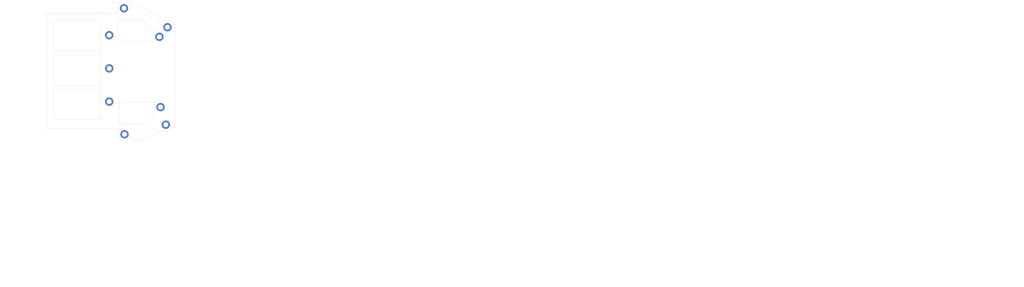
<source format=kicad_pcb>
(kicad_pcb (version 20211014) (generator pcbnew)
  (title_block (date "2017-12-20"))
  (layers (0 "F.Cu" signal) (31 "B.Cu" signal) (34 "B.Paste" user) (35 "F.Paste" user) (36 "B.SilkS" user "B.Silkscreen") (37 "F.SilkS" user "F.Silkscreen") (38 "B.Mask" user) (39 "F.Mask" user) (44 "Edge.Cuts" user))
  (net 0 "")
  (footprint "MountingHole:MountingHole_2.2mm_M2_DIN965_Pad" (layer "F.Cu") (at 65.77 73.91)
    (fp_text reference "DRILL3" hide)
    (fp_text value "Drill Mountpoint")
    (pad "1" thru_hole circle locked (at 0 0) (size 3.8 3.8) (drill 2.2) (layers *.Cu *.Mask))
  )
  (footprint "MountingHole:MountingHole_2.2mm_M2_DIN965_Pad" (layer "F.Cu") (at 65.77 43.64)
    (fp_text reference "DRILL7" hide)
    (fp_text value "Drill Mountpoint")
    (pad "1" thru_hole circle locked (at 0 0) (size 3.8 3.8) (drill 2.2) (layers *.Cu *.Mask))
  )
  (footprint "MountingHole:MountingHole_2.2mm_M2_DIN965_Pad" (layer "F.Cu") (at 65.77 58.775)
    (fp_text reference "DRILL12" hide)
    (fp_text value "Drill Mountpoint")
    (pad "1" thru_hole circle locked (at 0 0) (size 3.8 3.8) (drill 2.2) (layers *.Cu *.Mask))
  )
  (footprint "MountingHole:MountingHole_2.2mm_M2_DIN965_Pad" (layer "F.Cu") (at 89.16 76.42)
    (fp_text reference "DRILL18" hide)
    (fp_text value "Drill Mountpoint")
    (pad "1" thru_hole circle locked (at 0 0) (size 3.8 3.8) (drill 2.2) (layers *.Cu *.Mask))
  )
  (footprint "MountingHole:MountingHole_2.2mm_M2_DIN965_Pad" (layer "F.Cu") (at 88.66 44.37)
    (fp_text reference "DRILL13" hide)
    (fp_text value "Drill Mountpoint")
    (pad "1" thru_hole circle locked (at 0 0) (size 3.8 3.8) (drill 2.2) (layers *.Cu *.Mask))
  )
  (footprint "MountingHole:MountingHole_2.2mm_M2_DIN965_Pad" (layer "B.Cu") (at 91.57488 84.4275 180)
    (fp_text reference "DRILL8" hide)
    (fp_text value "Drill Mountpoint")
    (pad "1" thru_hole circle locked (at 0 0 180) (size 3.8 3.8) (drill 2.2) (layers *.Cu *.Mask))
  )
  (footprint "libmodulo:SK8707-1" (layer "B.Cu") (at 77.57488 59.4125 -90)
    (fp_text reference "H1" hide)
    (fp_text value "Hole")
    (pad "" np_thru_hole circle (at -9.5 0 270) (size 2.2 2.2) (drill 2.2) (layers *.Cu *.Mask))
    (pad "" np_thru_hole circle (at 0 0 270) (size 7.8 7.8) (drill 7.8) (layers *.Cu *.Mask))
    (pad "" np_thru_hole circle (at 9.5 0 270) (size 2.2 2.2) (drill 2.2) (layers *.Cu *.Mask))
  )
  (footprint "MountingHole:MountingHole_2.2mm_M2_DIN965_Pad" (layer "B.Cu") (at 72.73488 88.8275 180)
    (fp_text reference "DRILL9" hide)
    (fp_text value "Drill Mountpoint")
    (pad "1" thru_hole circle locked (at 0 0 180) (size 3.8 3.8) (drill 2.2) (layers *.Cu *.Mask))
  )
  (footprint "MountingHole:MountingHole_2.2mm_M2_DIN965_Pad" (layer "B.Cu") (at 72.50488 31.3475 180)
    (fp_text reference "DRILL5" hide)
    (fp_text value "Drill Mountpoint")
    (pad "1" thru_hole circle locked (at 0 0 180) (size 3.8 3.8) (drill 2.2) (layers *.Cu *.Mask))
  )
  (footprint "MountingHole:MountingHole_2.2mm_M2_DIN965_Pad" (layer "B.Cu") (at 92.33488 40 180)
    (fp_text reference "DRILL6" hide)
    (fp_text value "Drill Mountpoint")
    (pad "1" thru_hole circle locked (at 0 0 180) (size 3.8 3.8) (drill 2.2) (layers *.Cu *.Mask))
  )
  (gr_line (start 88.38988 87.5425) (end 81.99988 91.1325) (layer "Edge.Cuts") (width 0.1))
  (gr_rect (start 61.83 52.645) (end 40.39 66.375) (layer "Edge.Cuts") (width 0.1) (fill none))
  (gr_line (start 37.64 33.56) (end 37.64 33.55) (layer "Edge.Cuts") (width 0.1))
  (gr_line (start 81.99988 91.1325) (end 69.82988 91.1325) (layer "Edge.Cuts") (width 0.1))
  (gr_line (start 59.21 86.2825) (end 37.64 86.2825) (layer "Edge.Cuts") (width 0.1))
  (gr_line (start 95.79988 38.8725) (end 95.79988 84.8925) (layer "Edge.Cuts") (width 0.1))
  (gr_line (start 86.66 78.29) (end 86.66 74.1) (layer "Edge.Cuts") (width 0.1))
  (gr_rect (start 61.83 37.11) (end 40.39 50.84) (layer "Edge.Cuts") (width 0.1) (fill none))
  (gr_line (start 69.80988 33.5525) (end 69.80988 28.7025) (layer "Edge.Cuts") (width 0.1))
  (gr_line (start 86.23 46.53) (end 86.23 42.34) (layer "Edge.Cuts") (width 0.1))
  (gr_line (start 95.79988 84.8925) (end 93.14988 87.5425) (layer "Edge.Cuts") (width 0.1))
  (gr_line (start 60.73738 33.5525) (end 37.95 33.5525) (layer "Edge.Cuts") (width 0.1))
  (gr_line (start 69.91 36.42) (end 69.91 46.53) (layer "Edge.Cuts") (width 0.1))
  (gr_line (start 80.31 36.42) (end 70.05 36.42) (layer "Edge.Cuts") (width 0.1))
  (gr_line (start 70.48 84.21) (end 80.74 84.21) (layer "Edge.Cuts") (width 0.1))
  (gr_line (start 37.64 34.698392) (end 37.64 33.56) (layer "Edge.Cuts") (width 0.1))
  (gr_line (start 60.73738 33.5525) (end 69.80988 33.5525) (layer "Edge.Cuts") (width 0.1))
  (gr_line (start 37.64 86.2825) (end 37.64 86.21) (layer "Edge.Cuts") (width 0.1))
  (gr_line (start 93.14988 87.5425) (end 88.38988 87.5425) (layer "Edge.Cuts") (width 0.1))
  (gr_line (start 37.64 34.698392) (end 37.64 86.21) (layer "Edge.Cuts") (width 0.1))
  (gr_line (start 70.05 36.42) (end 69.91 36.42) (layer "Edge.Cuts") (width 0.1))
  (gr_line (start 86.66 74.1) (end 70.34 74.1) (layer "Edge.Cuts") (width 0.1))
  (gr_line (start 75.77988 28.7025) (end 95.79988 38.8725) (layer "Edge.Cuts") (width 0.1))
  (gr_line (start 70.34 74.1) (end 70.34 84.21) (layer "Edge.Cuts") (width 0.1))
  (gr_line (start 69.80988 28.7025) (end 75.77988 28.7025) (layer "Edge.Cuts") (width 0.1))
  (gr_line (start 37.64 33.55) (end 37.95 33.55) (layer "Edge.Cuts") (width 0.1))
  (gr_line (start 69.82988 91.1325) (end 69.82988 86.2825) (layer "Edge.Cuts") (width 0.1))
  (gr_line (start 70.34 84.21) (end 70.48 84.21) (layer "Edge.Cuts") (width 0.1))
  (gr_line (start 69.91 46.53) (end 86.23 46.53) (layer "Edge.Cuts") (width 0.1))
  (gr_rect (start 61.83 68.18) (end 40.39 81.91) (layer "Edge.Cuts") (width 0.1) (fill none))
  (gr_line (start 86.23 42.34) (end 80.31 36.42) (layer "Edge.Cuts") (width 0.1))
  (gr_line (start 62.86988 86.2825) (end 59.21 86.2825) (layer "Edge.Cuts") (width 0.1))
  (gr_line (start 80.74 84.21) (end 86.66 78.29) (layer "Edge.Cuts") (width 0.1))
  (gr_line (start 69.82988 86.2825) (end 62.86988 86.2825) (layer "Edge.Cuts") (width 0.1))
)
</source>
